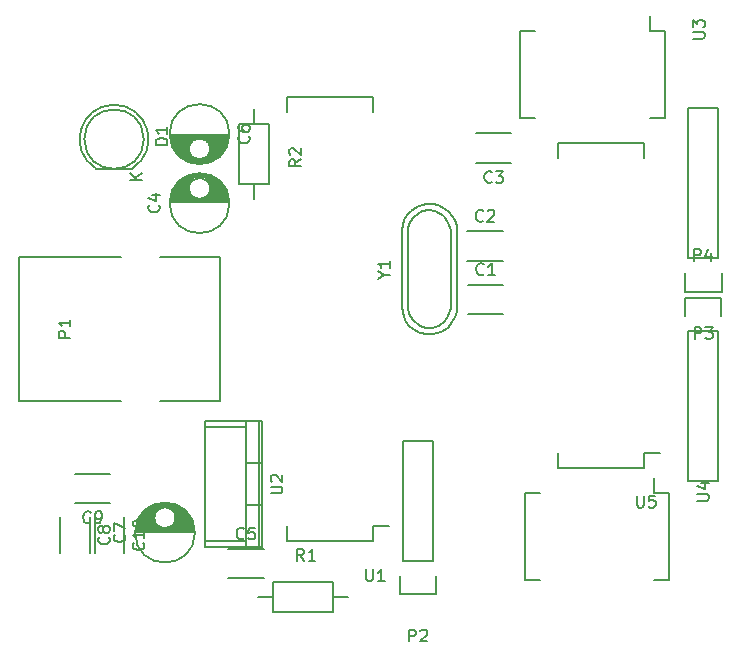
<source format=gbr>
G04 #@! TF.FileFunction,Legend,Top*
%FSLAX46Y46*%
G04 Gerber Fmt 4.6, Leading zero omitted, Abs format (unit mm)*
G04 Created by KiCad (PCBNEW 4.0.6-e0-6349~53~ubuntu14.04.1) date Sun Apr 30 16:03:09 2017*
%MOMM*%
%LPD*%
G01*
G04 APERTURE LIST*
%ADD10C,0.100000*%
%ADD11C,0.150000*%
G04 APERTURE END LIST*
D10*
D11*
X114545300Y-116326600D02*
X117545300Y-116326600D01*
X117545300Y-118826600D02*
X114545300Y-118826600D01*
X114507200Y-111792700D02*
X117507200Y-111792700D01*
X117507200Y-114292700D02*
X114507200Y-114292700D01*
X118233000Y-106025000D02*
X115233000Y-106025000D01*
X115233000Y-103525000D02*
X118233000Y-103525000D01*
X89322000Y-109355500D02*
X94320000Y-109355500D01*
X89330000Y-109215500D02*
X94312000Y-109215500D01*
X89346000Y-109075500D02*
X91726000Y-109075500D01*
X91916000Y-109075500D02*
X94296000Y-109075500D01*
X89370000Y-108935500D02*
X91331000Y-108935500D01*
X92311000Y-108935500D02*
X94272000Y-108935500D01*
X89403000Y-108795500D02*
X91164000Y-108795500D01*
X92478000Y-108795500D02*
X94239000Y-108795500D01*
X89444000Y-108655500D02*
X91057000Y-108655500D01*
X92585000Y-108655500D02*
X94198000Y-108655500D01*
X89494000Y-108515500D02*
X90986000Y-108515500D01*
X92656000Y-108515500D02*
X94148000Y-108515500D01*
X89555000Y-108375500D02*
X90942000Y-108375500D01*
X92700000Y-108375500D02*
X94087000Y-108375500D01*
X89625000Y-108235500D02*
X90923000Y-108235500D01*
X92719000Y-108235500D02*
X94017000Y-108235500D01*
X89707000Y-108095500D02*
X90925000Y-108095500D01*
X92717000Y-108095500D02*
X93935000Y-108095500D01*
X89802000Y-107955500D02*
X90950000Y-107955500D01*
X92692000Y-107955500D02*
X93840000Y-107955500D01*
X89913000Y-107815500D02*
X90998000Y-107815500D01*
X92644000Y-107815500D02*
X93729000Y-107815500D01*
X90041000Y-107675500D02*
X91076000Y-107675500D01*
X92566000Y-107675500D02*
X93601000Y-107675500D01*
X90190000Y-107535500D02*
X91193000Y-107535500D01*
X92449000Y-107535500D02*
X93452000Y-107535500D01*
X90369000Y-107395500D02*
X91381000Y-107395500D01*
X92261000Y-107395500D02*
X93273000Y-107395500D01*
X90588000Y-107255500D02*
X93054000Y-107255500D01*
X90877000Y-107115500D02*
X92765000Y-107115500D01*
X91349000Y-106975500D02*
X92293000Y-106975500D01*
X92721000Y-108180500D02*
G75*
G03X92721000Y-108180500I-900000J0D01*
G01*
X94358500Y-109430500D02*
G75*
G03X94358500Y-109430500I-2537500J0D01*
G01*
X94238000Y-138704000D02*
X97238000Y-138704000D01*
X97238000Y-141204000D02*
X94238000Y-141204000D01*
X94320000Y-103661600D02*
X89322000Y-103661600D01*
X94312000Y-103801600D02*
X89330000Y-103801600D01*
X94296000Y-103941600D02*
X91916000Y-103941600D01*
X91726000Y-103941600D02*
X89346000Y-103941600D01*
X94272000Y-104081600D02*
X92311000Y-104081600D01*
X91331000Y-104081600D02*
X89370000Y-104081600D01*
X94239000Y-104221600D02*
X92478000Y-104221600D01*
X91164000Y-104221600D02*
X89403000Y-104221600D01*
X94198000Y-104361600D02*
X92585000Y-104361600D01*
X91057000Y-104361600D02*
X89444000Y-104361600D01*
X94148000Y-104501600D02*
X92656000Y-104501600D01*
X90986000Y-104501600D02*
X89494000Y-104501600D01*
X94087000Y-104641600D02*
X92700000Y-104641600D01*
X90942000Y-104641600D02*
X89555000Y-104641600D01*
X94017000Y-104781600D02*
X92719000Y-104781600D01*
X90923000Y-104781600D02*
X89625000Y-104781600D01*
X93935000Y-104921600D02*
X92717000Y-104921600D01*
X90925000Y-104921600D02*
X89707000Y-104921600D01*
X93840000Y-105061600D02*
X92692000Y-105061600D01*
X90950000Y-105061600D02*
X89802000Y-105061600D01*
X93729000Y-105201600D02*
X92644000Y-105201600D01*
X90998000Y-105201600D02*
X89913000Y-105201600D01*
X93601000Y-105341600D02*
X92566000Y-105341600D01*
X91076000Y-105341600D02*
X90041000Y-105341600D01*
X93452000Y-105481600D02*
X92449000Y-105481600D01*
X91193000Y-105481600D02*
X90190000Y-105481600D01*
X93273000Y-105621600D02*
X92261000Y-105621600D01*
X91381000Y-105621600D02*
X90369000Y-105621600D01*
X93054000Y-105761600D02*
X90588000Y-105761600D01*
X92765000Y-105901600D02*
X90877000Y-105901600D01*
X92293000Y-106041600D02*
X91349000Y-106041600D01*
X92721000Y-104836600D02*
G75*
G03X92721000Y-104836600I-900000J0D01*
G01*
X94358500Y-103586600D02*
G75*
G03X94358500Y-103586600I-2537500J0D01*
G01*
X86391000Y-137245000D02*
X91389000Y-137245000D01*
X86399000Y-137105000D02*
X91381000Y-137105000D01*
X86415000Y-136965000D02*
X88795000Y-136965000D01*
X88985000Y-136965000D02*
X91365000Y-136965000D01*
X86439000Y-136825000D02*
X88400000Y-136825000D01*
X89380000Y-136825000D02*
X91341000Y-136825000D01*
X86472000Y-136685000D02*
X88233000Y-136685000D01*
X89547000Y-136685000D02*
X91308000Y-136685000D01*
X86513000Y-136545000D02*
X88126000Y-136545000D01*
X89654000Y-136545000D02*
X91267000Y-136545000D01*
X86563000Y-136405000D02*
X88055000Y-136405000D01*
X89725000Y-136405000D02*
X91217000Y-136405000D01*
X86624000Y-136265000D02*
X88011000Y-136265000D01*
X89769000Y-136265000D02*
X91156000Y-136265000D01*
X86694000Y-136125000D02*
X87992000Y-136125000D01*
X89788000Y-136125000D02*
X91086000Y-136125000D01*
X86776000Y-135985000D02*
X87994000Y-135985000D01*
X89786000Y-135985000D02*
X91004000Y-135985000D01*
X86871000Y-135845000D02*
X88019000Y-135845000D01*
X89761000Y-135845000D02*
X90909000Y-135845000D01*
X86982000Y-135705000D02*
X88067000Y-135705000D01*
X89713000Y-135705000D02*
X90798000Y-135705000D01*
X87110000Y-135565000D02*
X88145000Y-135565000D01*
X89635000Y-135565000D02*
X90670000Y-135565000D01*
X87259000Y-135425000D02*
X88262000Y-135425000D01*
X89518000Y-135425000D02*
X90521000Y-135425000D01*
X87438000Y-135285000D02*
X88450000Y-135285000D01*
X89330000Y-135285000D02*
X90342000Y-135285000D01*
X87657000Y-135145000D02*
X90123000Y-135145000D01*
X87946000Y-135005000D02*
X89834000Y-135005000D01*
X88418000Y-134865000D02*
X89362000Y-134865000D01*
X89790000Y-136070000D02*
G75*
G03X89790000Y-136070000I-900000J0D01*
G01*
X91427500Y-137320000D02*
G75*
G03X91427500Y-137320000I-2537500J0D01*
G01*
X82527460Y-136041320D02*
X82527460Y-139041320D01*
X80027460Y-139041320D02*
X80027460Y-136041320D01*
X84265580Y-134831140D02*
X81265580Y-134831140D01*
X81265580Y-132331140D02*
X84265580Y-132331140D01*
X85451000Y-136021000D02*
X85451000Y-139021000D01*
X82951000Y-139021000D02*
X82951000Y-136021000D01*
X86106904Y-106497888D02*
G75*
G03X83082000Y-106513000I-1524904J2484888D01*
G01*
X86082000Y-106513000D02*
X83082000Y-106513000D01*
X87099936Y-104013000D02*
G75*
G03X87099936Y-104013000I-2517936J0D01*
G01*
X85130000Y-113984000D02*
X76494000Y-113984000D01*
X93512000Y-113984000D02*
X88432000Y-113984000D01*
X85130000Y-126176000D02*
X76494000Y-126176000D01*
X93512000Y-126176000D02*
X88432000Y-126176000D01*
X76494000Y-126176000D02*
X76494000Y-113984000D01*
X93512000Y-113984000D02*
X93512000Y-126176000D01*
X111857120Y-140985240D02*
X111857120Y-142535240D01*
X111857120Y-142535240D02*
X108757120Y-142535240D01*
X108757120Y-142535240D02*
X108757120Y-140985240D01*
X109037120Y-139715240D02*
X109037120Y-129555240D01*
X109037120Y-129555240D02*
X111577120Y-129555240D01*
X111577120Y-129555240D02*
X111577120Y-139715240D01*
X109037120Y-139715240D02*
X111577120Y-139715240D01*
X133197600Y-114094260D02*
X133197600Y-101394260D01*
X133197600Y-101394260D02*
X135737600Y-101394260D01*
X135737600Y-101394260D02*
X135737600Y-114094260D01*
X132917600Y-116914260D02*
X132917600Y-115364260D01*
X133197600Y-114094260D02*
X135737600Y-114094260D01*
X136017600Y-115364260D02*
X136017600Y-116914260D01*
X136017600Y-116914260D02*
X132917600Y-116914260D01*
X135709660Y-120238520D02*
X135709660Y-132938520D01*
X135709660Y-132938520D02*
X133169660Y-132938520D01*
X133169660Y-132938520D02*
X133169660Y-120238520D01*
X135989660Y-117418520D02*
X135989660Y-118968520D01*
X135709660Y-120238520D02*
X133169660Y-120238520D01*
X132889660Y-118968520D02*
X132889660Y-117418520D01*
X132889660Y-117418520D02*
X135989660Y-117418520D01*
X98044000Y-141478000D02*
X103124000Y-141478000D01*
X103124000Y-141478000D02*
X103124000Y-144018000D01*
X103124000Y-144018000D02*
X98044000Y-144018000D01*
X98044000Y-144018000D02*
X98044000Y-141478000D01*
X98044000Y-142748000D02*
X96774000Y-142748000D01*
X103124000Y-142748000D02*
X104394000Y-142748000D01*
X97739200Y-102768400D02*
X97739200Y-107848400D01*
X97739200Y-107848400D02*
X95199200Y-107848400D01*
X95199200Y-107848400D02*
X95199200Y-102768400D01*
X95199200Y-102768400D02*
X97739200Y-102768400D01*
X96469200Y-102768400D02*
X96469200Y-101498400D01*
X96469200Y-107848400D02*
X96469200Y-109118400D01*
X106545000Y-138045000D02*
X106545000Y-136775000D01*
X99195000Y-138045000D02*
X99195000Y-136775000D01*
X99195000Y-100435000D02*
X99195000Y-101705000D01*
X106545000Y-100435000D02*
X106545000Y-101705000D01*
X106545000Y-138045000D02*
X99195000Y-138045000D01*
X106545000Y-100435000D02*
X99195000Y-100435000D01*
X106545000Y-136775000D02*
X107830000Y-136775000D01*
X95721000Y-138066000D02*
X92292000Y-138066000D01*
X95721000Y-128414000D02*
X92292000Y-128414000D01*
X96864000Y-138574000D02*
X96864000Y-127906000D01*
X95848000Y-135018000D02*
X97118000Y-135018000D01*
X95848000Y-131462000D02*
X97118000Y-131462000D01*
X95721000Y-127906000D02*
X95721000Y-138574000D01*
X92292000Y-138574000D02*
X92292000Y-127906000D01*
X97118000Y-127906000D02*
X92292000Y-127906000D01*
X97118000Y-138574000D02*
X92292000Y-138574000D01*
X97118000Y-138574000D02*
X97118000Y-127906000D01*
X131200000Y-94877000D02*
X129930000Y-94877000D01*
X131200000Y-102227000D02*
X129930000Y-102227000D01*
X118990000Y-102227000D02*
X120260000Y-102227000D01*
X118990000Y-94877000D02*
X120260000Y-94877000D01*
X131200000Y-94877000D02*
X131200000Y-102227000D01*
X118990000Y-94877000D02*
X118990000Y-102227000D01*
X129930000Y-94877000D02*
X129930000Y-93592000D01*
X131581000Y-133993000D02*
X130311000Y-133993000D01*
X131581000Y-141343000D02*
X130311000Y-141343000D01*
X119371000Y-141343000D02*
X120641000Y-141343000D01*
X119371000Y-133993000D02*
X120641000Y-133993000D01*
X131581000Y-133993000D02*
X131581000Y-141343000D01*
X119371000Y-133993000D02*
X119371000Y-141343000D01*
X130311000Y-133993000D02*
X130311000Y-132708000D01*
X129481200Y-131822300D02*
X129481200Y-130552300D01*
X122131200Y-131822300D02*
X122131200Y-130552300D01*
X122131200Y-104372300D02*
X122131200Y-105642300D01*
X129481200Y-104372300D02*
X129481200Y-105642300D01*
X129481200Y-131822300D02*
X122131200Y-131822300D01*
X129481200Y-104372300D02*
X122131200Y-104372300D01*
X129481200Y-130552300D02*
X130766200Y-130552300D01*
X110289340Y-110324900D02*
X110690660Y-110124240D01*
X110690660Y-110124240D02*
X111290100Y-110022640D01*
X111290100Y-110022640D02*
X111790480Y-110124240D01*
X111790480Y-110124240D02*
X112488980Y-110523020D01*
X112488980Y-110523020D02*
X112890300Y-111125000D01*
X112890300Y-111125000D02*
X113090960Y-111724440D01*
X113090960Y-111724440D02*
X113090960Y-118323360D01*
X113090960Y-118323360D02*
X112890300Y-119024400D01*
X112890300Y-119024400D02*
X112590580Y-119423180D01*
X112590580Y-119423180D02*
X112090200Y-119824500D01*
X112090200Y-119824500D02*
X111490760Y-120025160D01*
X111490760Y-120025160D02*
X110990380Y-120025160D01*
X110990380Y-120025160D02*
X110490000Y-119824500D01*
X110490000Y-119824500D02*
X109890560Y-119324120D01*
X109890560Y-119324120D02*
X109590840Y-118823740D01*
X109590840Y-118823740D02*
X109489240Y-118323360D01*
X109489240Y-118224300D02*
X109489240Y-111622840D01*
X109489240Y-111622840D02*
X109590840Y-111224060D01*
X109590840Y-111224060D02*
X109890560Y-110723680D01*
X109890560Y-110723680D02*
X110390940Y-110223300D01*
X108960920Y-118214140D02*
X109009180Y-118673880D01*
X109009180Y-118673880D02*
X109120940Y-119072660D01*
X109120940Y-119072660D02*
X109339380Y-119504460D01*
X109339380Y-119504460D02*
X109570520Y-119794020D01*
X109570520Y-119794020D02*
X109921040Y-120124220D01*
X109921040Y-120124220D02*
X110459520Y-120413780D01*
X110459520Y-120413780D02*
X111058960Y-120543320D01*
X111058960Y-120543320D02*
X111569500Y-120543320D01*
X111569500Y-120543320D02*
X112270540Y-120373140D01*
X112270540Y-120373140D02*
X112859820Y-119974360D01*
X112859820Y-119974360D02*
X113230660Y-119514620D01*
X113230660Y-119514620D02*
X113438940Y-119092980D01*
X113438940Y-119092980D02*
X113598960Y-118643400D01*
X113598960Y-118643400D02*
X113629440Y-118203980D01*
X113411000Y-110863380D02*
X113190020Y-110484920D01*
X113190020Y-110484920D02*
X112910620Y-110164880D01*
X112910620Y-110164880D02*
X112580420Y-109913420D01*
X112580420Y-109913420D02*
X112029240Y-109613700D01*
X112029240Y-109613700D02*
X111559340Y-109504480D01*
X111559340Y-109504480D02*
X111099600Y-109484160D01*
X111099600Y-109484160D02*
X110639860Y-109573060D01*
X110639860Y-109573060D02*
X110190280Y-109763560D01*
X110190280Y-109763560D02*
X109720380Y-110124240D01*
X109720380Y-110124240D02*
X109400340Y-110474760D01*
X109400340Y-110474760D02*
X109169200Y-110863380D01*
X109169200Y-110863380D02*
X109029500Y-111292640D01*
X109029500Y-111292640D02*
X108960920Y-111734600D01*
X113619280Y-118224300D02*
X113619280Y-111772700D01*
X113619280Y-111772700D02*
X113581180Y-111353600D01*
X113581180Y-111353600D02*
X113411000Y-110863380D01*
X108960920Y-118224300D02*
X108960920Y-111772700D01*
X115878634Y-115433743D02*
X115831015Y-115481362D01*
X115688158Y-115528981D01*
X115592920Y-115528981D01*
X115450062Y-115481362D01*
X115354824Y-115386124D01*
X115307205Y-115290886D01*
X115259586Y-115100410D01*
X115259586Y-114957552D01*
X115307205Y-114767076D01*
X115354824Y-114671838D01*
X115450062Y-114576600D01*
X115592920Y-114528981D01*
X115688158Y-114528981D01*
X115831015Y-114576600D01*
X115878634Y-114624219D01*
X116831015Y-115528981D02*
X116259586Y-115528981D01*
X116545300Y-115528981D02*
X116545300Y-114528981D01*
X116450062Y-114671838D01*
X116354824Y-114767076D01*
X116259586Y-114814695D01*
X115840534Y-110899843D02*
X115792915Y-110947462D01*
X115650058Y-110995081D01*
X115554820Y-110995081D01*
X115411962Y-110947462D01*
X115316724Y-110852224D01*
X115269105Y-110756986D01*
X115221486Y-110566510D01*
X115221486Y-110423652D01*
X115269105Y-110233176D01*
X115316724Y-110137938D01*
X115411962Y-110042700D01*
X115554820Y-109995081D01*
X115650058Y-109995081D01*
X115792915Y-110042700D01*
X115840534Y-110090319D01*
X116221486Y-110090319D02*
X116269105Y-110042700D01*
X116364343Y-109995081D01*
X116602439Y-109995081D01*
X116697677Y-110042700D01*
X116745296Y-110090319D01*
X116792915Y-110185557D01*
X116792915Y-110280795D01*
X116745296Y-110423652D01*
X116173867Y-110995081D01*
X116792915Y-110995081D01*
X116566334Y-107632143D02*
X116518715Y-107679762D01*
X116375858Y-107727381D01*
X116280620Y-107727381D01*
X116137762Y-107679762D01*
X116042524Y-107584524D01*
X115994905Y-107489286D01*
X115947286Y-107298810D01*
X115947286Y-107155952D01*
X115994905Y-106965476D01*
X116042524Y-106870238D01*
X116137762Y-106775000D01*
X116280620Y-106727381D01*
X116375858Y-106727381D01*
X116518715Y-106775000D01*
X116566334Y-106822619D01*
X116899667Y-106727381D02*
X117518715Y-106727381D01*
X117185381Y-107108333D01*
X117328239Y-107108333D01*
X117423477Y-107155952D01*
X117471096Y-107203571D01*
X117518715Y-107298810D01*
X117518715Y-107536905D01*
X117471096Y-107632143D01*
X117423477Y-107679762D01*
X117328239Y-107727381D01*
X117042524Y-107727381D01*
X116947286Y-107679762D01*
X116899667Y-107632143D01*
X88378143Y-109597166D02*
X88425762Y-109644785D01*
X88473381Y-109787642D01*
X88473381Y-109882880D01*
X88425762Y-110025738D01*
X88330524Y-110120976D01*
X88235286Y-110168595D01*
X88044810Y-110216214D01*
X87901952Y-110216214D01*
X87711476Y-110168595D01*
X87616238Y-110120976D01*
X87521000Y-110025738D01*
X87473381Y-109882880D01*
X87473381Y-109787642D01*
X87521000Y-109644785D01*
X87568619Y-109597166D01*
X87806714Y-108740023D02*
X88473381Y-108740023D01*
X87425762Y-108978119D02*
X88140048Y-109216214D01*
X88140048Y-108597166D01*
X95571334Y-137811143D02*
X95523715Y-137858762D01*
X95380858Y-137906381D01*
X95285620Y-137906381D01*
X95142762Y-137858762D01*
X95047524Y-137763524D01*
X94999905Y-137668286D01*
X94952286Y-137477810D01*
X94952286Y-137334952D01*
X94999905Y-137144476D01*
X95047524Y-137049238D01*
X95142762Y-136954000D01*
X95285620Y-136906381D01*
X95380858Y-136906381D01*
X95523715Y-136954000D01*
X95571334Y-137001619D01*
X96476096Y-136906381D02*
X95999905Y-136906381D01*
X95952286Y-137382571D01*
X95999905Y-137334952D01*
X96095143Y-137287333D01*
X96333239Y-137287333D01*
X96428477Y-137334952D01*
X96476096Y-137382571D01*
X96523715Y-137477810D01*
X96523715Y-137715905D01*
X96476096Y-137811143D01*
X96428477Y-137858762D01*
X96333239Y-137906381D01*
X96095143Y-137906381D01*
X95999905Y-137858762D01*
X95952286Y-137811143D01*
X95978143Y-103753266D02*
X96025762Y-103800885D01*
X96073381Y-103943742D01*
X96073381Y-104038980D01*
X96025762Y-104181838D01*
X95930524Y-104277076D01*
X95835286Y-104324695D01*
X95644810Y-104372314D01*
X95501952Y-104372314D01*
X95311476Y-104324695D01*
X95216238Y-104277076D01*
X95121000Y-104181838D01*
X95073381Y-104038980D01*
X95073381Y-103943742D01*
X95121000Y-103800885D01*
X95168619Y-103753266D01*
X95073381Y-102896123D02*
X95073381Y-103086600D01*
X95121000Y-103181838D01*
X95168619Y-103229457D01*
X95311476Y-103324695D01*
X95501952Y-103372314D01*
X95882905Y-103372314D01*
X95978143Y-103324695D01*
X96025762Y-103277076D01*
X96073381Y-103181838D01*
X96073381Y-102991361D01*
X96025762Y-102896123D01*
X95978143Y-102848504D01*
X95882905Y-102800885D01*
X95644810Y-102800885D01*
X95549571Y-102848504D01*
X95501952Y-102896123D01*
X95454333Y-102991361D01*
X95454333Y-103181838D01*
X95501952Y-103277076D01*
X95549571Y-103324695D01*
X95644810Y-103372314D01*
X85447143Y-137486666D02*
X85494762Y-137534285D01*
X85542381Y-137677142D01*
X85542381Y-137772380D01*
X85494762Y-137915238D01*
X85399524Y-138010476D01*
X85304286Y-138058095D01*
X85113810Y-138105714D01*
X84970952Y-138105714D01*
X84780476Y-138058095D01*
X84685238Y-138010476D01*
X84590000Y-137915238D01*
X84542381Y-137772380D01*
X84542381Y-137677142D01*
X84590000Y-137534285D01*
X84637619Y-137486666D01*
X84542381Y-137153333D02*
X84542381Y-136486666D01*
X85542381Y-136915238D01*
X84134603Y-137707986D02*
X84182222Y-137755605D01*
X84229841Y-137898462D01*
X84229841Y-137993700D01*
X84182222Y-138136558D01*
X84086984Y-138231796D01*
X83991746Y-138279415D01*
X83801270Y-138327034D01*
X83658412Y-138327034D01*
X83467936Y-138279415D01*
X83372698Y-138231796D01*
X83277460Y-138136558D01*
X83229841Y-137993700D01*
X83229841Y-137898462D01*
X83277460Y-137755605D01*
X83325079Y-137707986D01*
X83658412Y-137136558D02*
X83610793Y-137231796D01*
X83563174Y-137279415D01*
X83467936Y-137327034D01*
X83420317Y-137327034D01*
X83325079Y-137279415D01*
X83277460Y-137231796D01*
X83229841Y-137136558D01*
X83229841Y-136946081D01*
X83277460Y-136850843D01*
X83325079Y-136803224D01*
X83420317Y-136755605D01*
X83467936Y-136755605D01*
X83563174Y-136803224D01*
X83610793Y-136850843D01*
X83658412Y-136946081D01*
X83658412Y-137136558D01*
X83706031Y-137231796D01*
X83753650Y-137279415D01*
X83848889Y-137327034D01*
X84039365Y-137327034D01*
X84134603Y-137279415D01*
X84182222Y-137231796D01*
X84229841Y-137136558D01*
X84229841Y-136946081D01*
X84182222Y-136850843D01*
X84134603Y-136803224D01*
X84039365Y-136755605D01*
X83848889Y-136755605D01*
X83753650Y-136803224D01*
X83706031Y-136850843D01*
X83658412Y-136946081D01*
X82598914Y-136438283D02*
X82551295Y-136485902D01*
X82408438Y-136533521D01*
X82313200Y-136533521D01*
X82170342Y-136485902D01*
X82075104Y-136390664D01*
X82027485Y-136295426D01*
X81979866Y-136104950D01*
X81979866Y-135962092D01*
X82027485Y-135771616D01*
X82075104Y-135676378D01*
X82170342Y-135581140D01*
X82313200Y-135533521D01*
X82408438Y-135533521D01*
X82551295Y-135581140D01*
X82598914Y-135628759D01*
X83075104Y-136533521D02*
X83265580Y-136533521D01*
X83360819Y-136485902D01*
X83408438Y-136438283D01*
X83503676Y-136295426D01*
X83551295Y-136104950D01*
X83551295Y-135723997D01*
X83503676Y-135628759D01*
X83456057Y-135581140D01*
X83360819Y-135533521D01*
X83170342Y-135533521D01*
X83075104Y-135581140D01*
X83027485Y-135628759D01*
X82979866Y-135723997D01*
X82979866Y-135962092D01*
X83027485Y-136057330D01*
X83075104Y-136104950D01*
X83170342Y-136152569D01*
X83360819Y-136152569D01*
X83456057Y-136104950D01*
X83503676Y-136057330D01*
X83551295Y-135962092D01*
X87058143Y-138163857D02*
X87105762Y-138211476D01*
X87153381Y-138354333D01*
X87153381Y-138449571D01*
X87105762Y-138592429D01*
X87010524Y-138687667D01*
X86915286Y-138735286D01*
X86724810Y-138782905D01*
X86581952Y-138782905D01*
X86391476Y-138735286D01*
X86296238Y-138687667D01*
X86201000Y-138592429D01*
X86153381Y-138449571D01*
X86153381Y-138354333D01*
X86201000Y-138211476D01*
X86248619Y-138163857D01*
X87153381Y-137211476D02*
X87153381Y-137782905D01*
X87153381Y-137497191D02*
X86153381Y-137497191D01*
X86296238Y-137592429D01*
X86391476Y-137687667D01*
X86439095Y-137782905D01*
X86153381Y-136592429D02*
X86153381Y-136497190D01*
X86201000Y-136401952D01*
X86248619Y-136354333D01*
X86343857Y-136306714D01*
X86534333Y-136259095D01*
X86772429Y-136259095D01*
X86962905Y-136306714D01*
X87058143Y-136354333D01*
X87105762Y-136401952D01*
X87153381Y-136497190D01*
X87153381Y-136592429D01*
X87105762Y-136687667D01*
X87058143Y-136735286D01*
X86962905Y-136782905D01*
X86772429Y-136830524D01*
X86534333Y-136830524D01*
X86343857Y-136782905D01*
X86248619Y-136735286D01*
X86201000Y-136687667D01*
X86153381Y-136592429D01*
X89098381Y-104497095D02*
X88098381Y-104497095D01*
X88098381Y-104259000D01*
X88146000Y-104116142D01*
X88241238Y-104020904D01*
X88336476Y-103973285D01*
X88526952Y-103925666D01*
X88669810Y-103925666D01*
X88860286Y-103973285D01*
X88955524Y-104020904D01*
X89050762Y-104116142D01*
X89098381Y-104259000D01*
X89098381Y-104497095D01*
X89098381Y-102973285D02*
X89098381Y-103544714D01*
X89098381Y-103259000D02*
X88098381Y-103259000D01*
X88241238Y-103354238D01*
X88336476Y-103449476D01*
X88384095Y-103544714D01*
X86939381Y-107449905D02*
X85939381Y-107449905D01*
X86939381Y-106878476D02*
X86367952Y-107307048D01*
X85939381Y-106878476D02*
X86510810Y-107449905D01*
X80883381Y-120818095D02*
X79883381Y-120818095D01*
X79883381Y-120437142D01*
X79931000Y-120341904D01*
X79978619Y-120294285D01*
X80073857Y-120246666D01*
X80216714Y-120246666D01*
X80311952Y-120294285D01*
X80359571Y-120341904D01*
X80407190Y-120437142D01*
X80407190Y-120818095D01*
X80883381Y-119294285D02*
X80883381Y-119865714D01*
X80883381Y-119580000D02*
X79883381Y-119580000D01*
X80026238Y-119675238D01*
X80121476Y-119770476D01*
X80169095Y-119865714D01*
X109569025Y-146537621D02*
X109569025Y-145537621D01*
X109949978Y-145537621D01*
X110045216Y-145585240D01*
X110092835Y-145632859D01*
X110140454Y-145728097D01*
X110140454Y-145870954D01*
X110092835Y-145966192D01*
X110045216Y-146013811D01*
X109949978Y-146061430D01*
X109569025Y-146061430D01*
X110521406Y-145632859D02*
X110569025Y-145585240D01*
X110664263Y-145537621D01*
X110902359Y-145537621D01*
X110997597Y-145585240D01*
X111045216Y-145632859D01*
X111092835Y-145728097D01*
X111092835Y-145823335D01*
X111045216Y-145966192D01*
X110473787Y-146537621D01*
X111092835Y-146537621D01*
X133729505Y-120916641D02*
X133729505Y-119916641D01*
X134110458Y-119916641D01*
X134205696Y-119964260D01*
X134253315Y-120011879D01*
X134300934Y-120107117D01*
X134300934Y-120249974D01*
X134253315Y-120345212D01*
X134205696Y-120392831D01*
X134110458Y-120440450D01*
X133729505Y-120440450D01*
X134634267Y-119916641D02*
X135253315Y-119916641D01*
X134919981Y-120297593D01*
X135062839Y-120297593D01*
X135158077Y-120345212D01*
X135205696Y-120392831D01*
X135253315Y-120488070D01*
X135253315Y-120726165D01*
X135205696Y-120821403D01*
X135158077Y-120869022D01*
X135062839Y-120916641D01*
X134777124Y-120916641D01*
X134681886Y-120869022D01*
X134634267Y-120821403D01*
X133701565Y-114320901D02*
X133701565Y-113320901D01*
X134082518Y-113320901D01*
X134177756Y-113368520D01*
X134225375Y-113416139D01*
X134272994Y-113511377D01*
X134272994Y-113654234D01*
X134225375Y-113749472D01*
X134177756Y-113797091D01*
X134082518Y-113844710D01*
X133701565Y-113844710D01*
X135130137Y-113654234D02*
X135130137Y-114320901D01*
X134892041Y-113273282D02*
X134653946Y-113987568D01*
X135272994Y-113987568D01*
X100666254Y-139700261D02*
X100332920Y-139224070D01*
X100094825Y-139700261D02*
X100094825Y-138700261D01*
X100475778Y-138700261D01*
X100571016Y-138747880D01*
X100618635Y-138795499D01*
X100666254Y-138890737D01*
X100666254Y-139033594D01*
X100618635Y-139128832D01*
X100571016Y-139176451D01*
X100475778Y-139224070D01*
X100094825Y-139224070D01*
X101618635Y-139700261D02*
X101047206Y-139700261D01*
X101332920Y-139700261D02*
X101332920Y-138700261D01*
X101237682Y-138843118D01*
X101142444Y-138938356D01*
X101047206Y-138985975D01*
X100421701Y-105723986D02*
X99945510Y-106057320D01*
X100421701Y-106295415D02*
X99421701Y-106295415D01*
X99421701Y-105914462D01*
X99469320Y-105819224D01*
X99516939Y-105771605D01*
X99612177Y-105723986D01*
X99755034Y-105723986D01*
X99850272Y-105771605D01*
X99897891Y-105819224D01*
X99945510Y-105914462D01*
X99945510Y-106295415D01*
X99516939Y-105343034D02*
X99469320Y-105295415D01*
X99421701Y-105200177D01*
X99421701Y-104962081D01*
X99469320Y-104866843D01*
X99516939Y-104819224D01*
X99612177Y-104771605D01*
X99707415Y-104771605D01*
X99850272Y-104819224D01*
X100421701Y-105390653D01*
X100421701Y-104771605D01*
X105918095Y-140422381D02*
X105918095Y-141231905D01*
X105965714Y-141327143D01*
X106013333Y-141374762D01*
X106108571Y-141422381D01*
X106299048Y-141422381D01*
X106394286Y-141374762D01*
X106441905Y-141327143D01*
X106489524Y-141231905D01*
X106489524Y-140422381D01*
X107489524Y-141422381D02*
X106918095Y-141422381D01*
X107203809Y-141422381D02*
X107203809Y-140422381D01*
X107108571Y-140565238D01*
X107013333Y-140660476D01*
X106918095Y-140708095D01*
X97840381Y-134001905D02*
X98649905Y-134001905D01*
X98745143Y-133954286D01*
X98792762Y-133906667D01*
X98840381Y-133811429D01*
X98840381Y-133620952D01*
X98792762Y-133525714D01*
X98745143Y-133478095D01*
X98649905Y-133430476D01*
X97840381Y-133430476D01*
X97935619Y-133001905D02*
X97888000Y-132954286D01*
X97840381Y-132859048D01*
X97840381Y-132620952D01*
X97888000Y-132525714D01*
X97935619Y-132478095D01*
X98030857Y-132430476D01*
X98126095Y-132430476D01*
X98268952Y-132478095D01*
X98840381Y-133049524D01*
X98840381Y-132430476D01*
X133577381Y-95503905D02*
X134386905Y-95503905D01*
X134482143Y-95456286D01*
X134529762Y-95408667D01*
X134577381Y-95313429D01*
X134577381Y-95122952D01*
X134529762Y-95027714D01*
X134482143Y-94980095D01*
X134386905Y-94932476D01*
X133577381Y-94932476D01*
X133577381Y-94551524D02*
X133577381Y-93932476D01*
X133958333Y-94265810D01*
X133958333Y-94122952D01*
X134005952Y-94027714D01*
X134053571Y-93980095D01*
X134148810Y-93932476D01*
X134386905Y-93932476D01*
X134482143Y-93980095D01*
X134529762Y-94027714D01*
X134577381Y-94122952D01*
X134577381Y-94408667D01*
X134529762Y-94503905D01*
X134482143Y-94551524D01*
X133958381Y-134619905D02*
X134767905Y-134619905D01*
X134863143Y-134572286D01*
X134910762Y-134524667D01*
X134958381Y-134429429D01*
X134958381Y-134238952D01*
X134910762Y-134143714D01*
X134863143Y-134096095D01*
X134767905Y-134048476D01*
X133958381Y-134048476D01*
X134291714Y-133143714D02*
X134958381Y-133143714D01*
X133910762Y-133381810D02*
X134625048Y-133619905D01*
X134625048Y-133000857D01*
X128854295Y-134199681D02*
X128854295Y-135009205D01*
X128901914Y-135104443D01*
X128949533Y-135152062D01*
X129044771Y-135199681D01*
X129235248Y-135199681D01*
X129330486Y-135152062D01*
X129378105Y-135104443D01*
X129425724Y-135009205D01*
X129425724Y-134199681D01*
X130378105Y-134199681D02*
X129901914Y-134199681D01*
X129854295Y-134675871D01*
X129901914Y-134628252D01*
X129997152Y-134580633D01*
X130235248Y-134580633D01*
X130330486Y-134628252D01*
X130378105Y-134675871D01*
X130425724Y-134771110D01*
X130425724Y-135009205D01*
X130378105Y-135104443D01*
X130330486Y-135152062D01*
X130235248Y-135199681D01*
X129997152Y-135199681D01*
X129901914Y-135152062D01*
X129854295Y-135104443D01*
X107456290Y-115500091D02*
X107932481Y-115500091D01*
X106932481Y-115833424D02*
X107456290Y-115500091D01*
X106932481Y-115166757D01*
X107932481Y-114309614D02*
X107932481Y-114881043D01*
X107932481Y-114595329D02*
X106932481Y-114595329D01*
X107075338Y-114690567D01*
X107170576Y-114785805D01*
X107218195Y-114881043D01*
M02*

</source>
